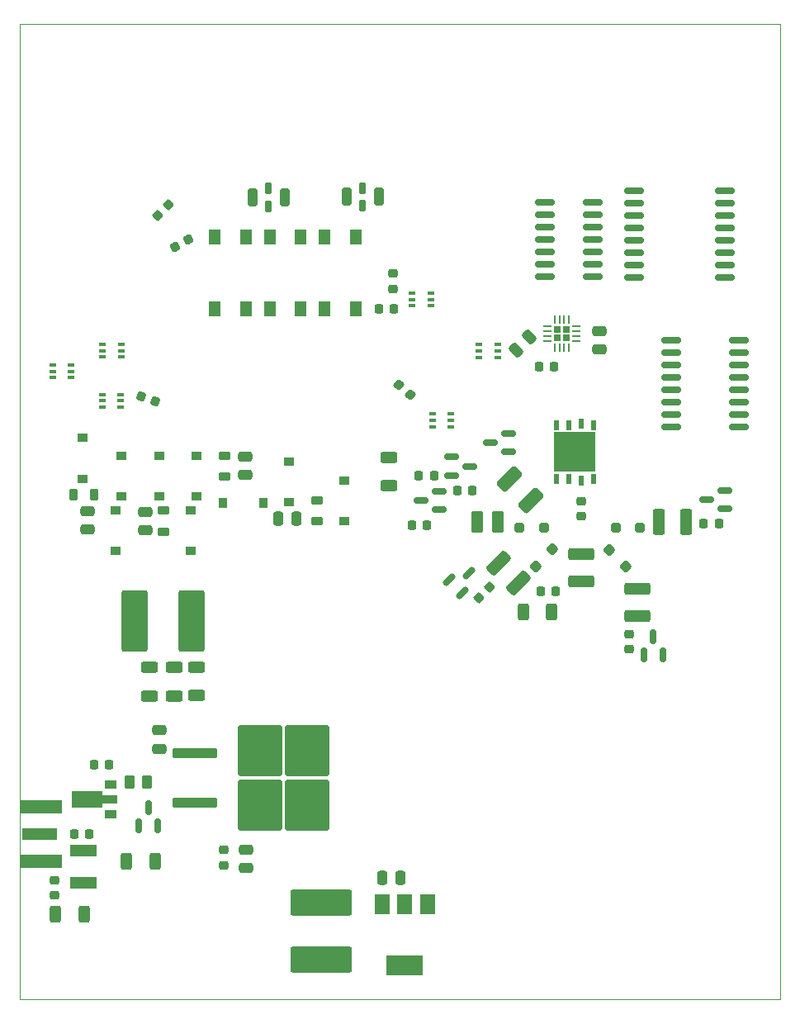
<source format=gtp>
G04 #@! TF.GenerationSoftware,KiCad,Pcbnew,(7.0.0-0)*
G04 #@! TF.CreationDate,2023-05-11T07:35:05+02:00*
G04 #@! TF.ProjectId,Filter-forest-v3,46696c74-6572-42d6-966f-726573742d76,rev?*
G04 #@! TF.SameCoordinates,Original*
G04 #@! TF.FileFunction,Paste,Top*
G04 #@! TF.FilePolarity,Positive*
%FSLAX46Y46*%
G04 Gerber Fmt 4.6, Leading zero omitted, Abs format (unit mm)*
G04 Created by KiCad (PCBNEW (7.0.0-0)) date 2023-05-11 07:35:05*
%MOMM*%
%LPD*%
G01*
G04 APERTURE LIST*
G04 Aperture macros list*
%AMRoundRect*
0 Rectangle with rounded corners*
0 $1 Rounding radius*
0 $2 $3 $4 $5 $6 $7 $8 $9 X,Y pos of 4 corners*
0 Add a 4 corners polygon primitive as box body*
4,1,4,$2,$3,$4,$5,$6,$7,$8,$9,$2,$3,0*
0 Add four circle primitives for the rounded corners*
1,1,$1+$1,$2,$3*
1,1,$1+$1,$4,$5*
1,1,$1+$1,$6,$7*
1,1,$1+$1,$8,$9*
0 Add four rect primitives between the rounded corners*
20,1,$1+$1,$2,$3,$4,$5,0*
20,1,$1+$1,$4,$5,$6,$7,0*
20,1,$1+$1,$6,$7,$8,$9,0*
20,1,$1+$1,$8,$9,$2,$3,0*%
%AMFreePoly0*
4,1,9,3.862500,-0.866500,0.737500,-0.866500,0.737500,-0.450000,-0.737500,-0.450000,-0.737500,0.450000,0.737500,0.450000,0.737500,0.866500,3.862500,0.866500,3.862500,-0.866500,3.862500,-0.866500,$1*%
G04 Aperture macros list end*
%ADD10RoundRect,0.250000X-0.475000X0.250000X-0.475000X-0.250000X0.475000X-0.250000X0.475000X0.250000X0*%
%ADD11R,0.650000X0.400000*%
%ADD12RoundRect,0.250000X0.625000X-0.312500X0.625000X0.312500X-0.625000X0.312500X-0.625000X-0.312500X0*%
%ADD13RoundRect,0.150000X-0.825000X-0.150000X0.825000X-0.150000X0.825000X0.150000X-0.825000X0.150000X0*%
%ADD14RoundRect,0.249600X-0.270400X-0.650400X0.270400X-0.650400X0.270400X0.650400X-0.270400X0.650400X0*%
%ADD15RoundRect,0.152500X-0.152500X-0.470000X0.152500X-0.470000X0.152500X0.470000X-0.152500X0.470000X0*%
%ADD16RoundRect,0.250000X-0.625000X0.312500X-0.625000X-0.312500X0.625000X-0.312500X0.625000X0.312500X0*%
%ADD17RoundRect,0.150000X0.587500X0.150000X-0.587500X0.150000X-0.587500X-0.150000X0.587500X-0.150000X0*%
%ADD18RoundRect,0.150000X-0.309359X-0.521491X0.521491X0.309359X0.309359X0.521491X-0.521491X-0.309359X0*%
%ADD19RoundRect,0.225000X0.225000X0.250000X-0.225000X0.250000X-0.225000X-0.250000X0.225000X-0.250000X0*%
%ADD20R,2.700000X1.150000*%
%ADD21RoundRect,0.225000X0.250000X-0.225000X0.250000X0.225000X-0.250000X0.225000X-0.250000X-0.225000X0*%
%ADD22RoundRect,0.218750X-0.381250X0.218750X-0.381250X-0.218750X0.381250X-0.218750X0.381250X0.218750X0*%
%ADD23RoundRect,0.225000X-0.225000X-0.250000X0.225000X-0.250000X0.225000X0.250000X-0.225000X0.250000X0*%
%ADD24RoundRect,0.250000X-0.262500X-0.450000X0.262500X-0.450000X0.262500X0.450000X-0.262500X0.450000X0*%
%ADD25R,1.000000X0.850000*%
%ADD26RoundRect,0.250000X0.250000X0.475000X-0.250000X0.475000X-0.250000X-0.475000X0.250000X-0.475000X0*%
%ADD27R,0.850000X1.000000*%
%ADD28RoundRect,0.250000X0.250000X0.250000X-0.250000X0.250000X-0.250000X-0.250000X0.250000X-0.250000X0*%
%ADD29RoundRect,0.225000X-0.250000X0.225000X-0.250000X-0.225000X0.250000X-0.225000X0.250000X0.225000X0*%
%ADD30RoundRect,0.250000X0.312500X0.625000X-0.312500X0.625000X-0.312500X-0.625000X0.312500X-0.625000X0*%
%ADD31RoundRect,0.250000X0.159099X-0.512652X0.512652X-0.159099X-0.159099X0.512652X-0.512652X0.159099X0*%
%ADD32RoundRect,0.250000X0.475000X-0.250000X0.475000X0.250000X-0.475000X0.250000X-0.475000X-0.250000X0*%
%ADD33RoundRect,0.250000X-2.050000X-0.300000X2.050000X-0.300000X2.050000X0.300000X-2.050000X0.300000X0*%
%ADD34RoundRect,0.250000X-2.025000X-2.375000X2.025000X-2.375000X2.025000X2.375000X-2.025000X2.375000X0*%
%ADD35RoundRect,0.250000X-0.250000X-0.475000X0.250000X-0.475000X0.250000X0.475000X-0.250000X0.475000X0*%
%ADD36RoundRect,0.225000X-0.296936X-0.157969X0.125926X-0.311878X0.296936X0.157969X-0.125926X0.311878X0*%
%ADD37RoundRect,0.250000X-0.375000X-0.850000X0.375000X-0.850000X0.375000X0.850000X-0.375000X0.850000X0*%
%ADD38RoundRect,0.250000X2.900000X-1.087500X2.900000X1.087500X-2.900000X1.087500X-2.900000X-1.087500X0*%
%ADD39RoundRect,0.250000X1.087500X2.900000X-1.087500X2.900000X-1.087500X-2.900000X1.087500X-2.900000X0*%
%ADD40RoundRect,0.250000X0.000000X-0.353553X0.353553X0.000000X0.000000X0.353553X-0.353553X0.000000X0*%
%ADD41RoundRect,0.225000X0.017678X-0.335876X0.335876X-0.017678X-0.017678X0.335876X-0.335876X0.017678X0*%
%ADD42R,0.510000X1.020000*%
%ADD43RoundRect,0.001000X-2.100000X2.010000X-2.100000X-2.010000X2.100000X-2.010000X2.100000X2.010000X0*%
%ADD44RoundRect,0.218750X0.218750X0.381250X-0.218750X0.381250X-0.218750X-0.381250X0.218750X-0.381250X0*%
%ADD45RoundRect,0.250000X-1.025305X-0.494975X-0.494975X-1.025305X1.025305X0.494975X0.494975X1.025305X0*%
%ADD46RoundRect,0.150000X-0.587500X-0.150000X0.587500X-0.150000X0.587500X0.150000X-0.587500X0.150000X0*%
%ADD47RoundRect,0.218750X0.381250X-0.218750X0.381250X0.218750X-0.381250X0.218750X-0.381250X-0.218750X0*%
%ADD48R,3.600000X1.270000*%
%ADD49R,4.200000X1.350000*%
%ADD50RoundRect,0.250000X-1.069499X-0.486136X-0.486136X-1.069499X1.069499X0.486136X0.486136X1.069499X0*%
%ADD51RoundRect,0.250000X-1.075000X0.375000X-1.075000X-0.375000X1.075000X-0.375000X1.075000X0.375000X0*%
%ADD52RoundRect,0.225000X-0.069856X-0.329006X0.319856X-0.104006X0.069856X0.329006X-0.319856X0.104006X0*%
%ADD53R,1.200000X1.600000*%
%ADD54RoundRect,0.250000X-0.250000X-0.250000X0.250000X-0.250000X0.250000X0.250000X-0.250000X0.250000X0*%
%ADD55RoundRect,0.150000X0.150000X-0.587500X0.150000X0.587500X-0.150000X0.587500X-0.150000X-0.587500X0*%
%ADD56RoundRect,0.250000X0.353553X0.000000X0.000000X0.353553X-0.353553X0.000000X0.000000X-0.353553X0*%
%ADD57RoundRect,0.250000X0.375000X1.075000X-0.375000X1.075000X-0.375000X-1.075000X0.375000X-1.075000X0*%
%ADD58RoundRect,0.150000X-0.875000X-0.150000X0.875000X-0.150000X0.875000X0.150000X-0.875000X0.150000X0*%
%ADD59RoundRect,0.150000X-0.837500X-0.150000X0.837500X-0.150000X0.837500X0.150000X-0.837500X0.150000X0*%
%ADD60RoundRect,0.225000X-0.333057X-0.046884X0.011663X-0.336138X0.333057X0.046884X-0.011663X0.336138X0*%
%ADD61R,1.300000X0.900000*%
%ADD62FreePoly0,180.000000*%
%ADD63RoundRect,0.250000X1.075000X-0.375000X1.075000X0.375000X-1.075000X0.375000X-1.075000X-0.375000X0*%
%ADD64RoundRect,0.062500X-0.062500X-0.337500X0.062500X-0.337500X0.062500X0.337500X-0.062500X0.337500X0*%
%ADD65RoundRect,0.062500X-0.337500X-0.062500X0.337500X-0.062500X0.337500X0.062500X-0.337500X0.062500X0*%
%ADD66RoundRect,0.185000X-0.185000X-0.185000X0.185000X-0.185000X0.185000X0.185000X-0.185000X0.185000X0*%
%ADD67R,1.500000X2.000000*%
%ADD68R,3.800000X2.000000*%
G04 #@! TA.AperFunction,Profile*
%ADD69C,0.100000*%
G04 #@! TD*
G04 APERTURE END LIST*
D10*
X101000000Y-80000000D03*
X101000000Y-81900000D03*
X95130000Y-79920000D03*
X95130000Y-81820000D03*
D11*
X98565999Y-64117999D03*
X98565999Y-63467999D03*
X98565999Y-62817999D03*
X96665999Y-62817999D03*
X96665999Y-63467999D03*
X96665999Y-64117999D03*
D12*
X126040000Y-77322500D03*
X126040000Y-74397500D03*
D13*
X141975000Y-48280000D03*
X141975000Y-49550000D03*
X141975000Y-50820000D03*
X141975000Y-52090000D03*
X141975000Y-53360000D03*
X141975000Y-54630000D03*
X141975000Y-55900000D03*
X146925000Y-55900000D03*
X146925000Y-54630000D03*
X146925000Y-53360000D03*
X146925000Y-52090000D03*
X146925000Y-50820000D03*
X146925000Y-49550000D03*
X146925000Y-48280000D03*
D14*
X112066000Y-47752000D03*
D15*
X113691000Y-48679500D03*
D14*
X115316000Y-47752000D03*
D15*
X113691000Y-46824500D03*
D16*
X106300000Y-95887500D03*
X106300000Y-98812500D03*
D17*
X160477500Y-79680000D03*
X160477500Y-77780000D03*
X158602500Y-78730000D03*
D18*
X132225336Y-86921161D03*
X133568839Y-88264664D03*
X134222913Y-86267087D03*
D19*
X130652500Y-76290000D03*
X129102500Y-76290000D03*
D16*
X103990000Y-95927500D03*
X103990000Y-98852500D03*
D20*
X94699999Y-114744999D03*
X94699999Y-118044999D03*
D21*
X91700000Y-119330000D03*
X91700000Y-117780000D03*
D22*
X102900000Y-79867500D03*
X102900000Y-81992500D03*
D23*
X141435000Y-65100000D03*
X142985000Y-65100000D03*
D24*
X99417500Y-107696000D03*
X101242500Y-107696000D03*
D25*
X94579999Y-76574999D03*
X94579999Y-72424999D03*
D26*
X116560000Y-80700000D03*
X114660000Y-80700000D03*
D25*
X102459999Y-74254999D03*
X102459999Y-78404999D03*
D11*
X128389999Y-57569999D03*
X128389999Y-58219999D03*
X128389999Y-58869999D03*
X130289999Y-58869999D03*
X130289999Y-58219999D03*
X130289999Y-57569999D03*
D21*
X109100000Y-116205000D03*
X109100000Y-114655000D03*
D10*
X147640000Y-61440000D03*
X147640000Y-63340000D03*
D27*
X113124999Y-79059999D03*
X108974999Y-79059999D03*
D23*
X93735000Y-113035000D03*
X95285000Y-113035000D03*
D28*
X151780000Y-81620000D03*
X149280000Y-81620000D03*
D16*
X101500000Y-95927500D03*
X101500000Y-98852500D03*
D29*
X145750000Y-78895000D03*
X145750000Y-80445000D03*
D17*
X138297500Y-73860000D03*
X138297500Y-71960000D03*
X136422500Y-72910000D03*
D30*
X94762500Y-121265000D03*
X91837500Y-121265000D03*
D23*
X124955000Y-59182000D03*
X126505000Y-59182000D03*
D31*
X139078249Y-63381751D03*
X140421751Y-62038249D03*
D32*
X111290000Y-76220000D03*
X111290000Y-74320000D03*
D33*
X106085000Y-104725000D03*
D34*
X112810000Y-104490000D03*
X112810000Y-110040000D03*
X117660000Y-104490000D03*
X117660000Y-110040000D03*
D33*
X106085000Y-109805000D03*
D25*
X121459999Y-76744999D03*
X121459999Y-80894999D03*
D35*
X125320000Y-117520000D03*
X127220000Y-117520000D03*
D17*
X131147500Y-79760000D03*
X131147500Y-77860000D03*
X129272500Y-78810000D03*
D36*
X100601738Y-68164934D03*
X102058262Y-68695066D03*
D37*
X135032500Y-81000000D03*
X137182500Y-81000000D03*
D14*
X121716000Y-47702000D03*
D15*
X123341000Y-48629500D03*
D14*
X124966000Y-47702000D03*
D15*
X123341000Y-46774500D03*
D21*
X150610000Y-94047500D03*
X150610000Y-92497500D03*
D11*
X93445999Y-66227999D03*
X93445999Y-65577999D03*
X93445999Y-64927999D03*
X91545999Y-64927999D03*
X91545999Y-65577999D03*
X91545999Y-66227999D03*
D25*
X106279999Y-74264999D03*
X106279999Y-78414999D03*
D30*
X142732500Y-90240000D03*
X139807500Y-90240000D03*
D11*
X135259999Y-62849999D03*
X135259999Y-63499999D03*
X135259999Y-64149999D03*
X137159999Y-64149999D03*
X137159999Y-63499999D03*
X137159999Y-62849999D03*
D38*
X119110000Y-125917500D03*
X119110000Y-120042500D03*
D39*
X105782500Y-91140000D03*
X99907500Y-91140000D03*
D40*
X141046117Y-85588883D03*
X142813883Y-83821117D03*
D41*
X135251992Y-88838008D03*
X136348008Y-87741992D03*
D42*
X146992499Y-71104999D03*
X144452499Y-71104999D03*
X143182499Y-71104999D03*
D43*
X145087500Y-73860000D03*
D42*
X146992499Y-76614999D03*
X144452499Y-76614999D03*
X143182499Y-76614999D03*
X145727499Y-70979999D03*
X145727499Y-76759999D03*
D44*
X95762500Y-78210000D03*
X93637500Y-78210000D03*
D45*
X137300051Y-85290051D03*
X139279949Y-87269949D03*
D19*
X159855000Y-81220000D03*
X158305000Y-81220000D03*
D11*
X130489999Y-69949999D03*
X130489999Y-70599999D03*
X130489999Y-71249999D03*
X132389999Y-71249999D03*
X132389999Y-70599999D03*
X132389999Y-69949999D03*
D46*
X132410000Y-74370000D03*
X132410000Y-76270000D03*
X134285000Y-75320000D03*
D23*
X128355000Y-81320000D03*
X129905000Y-81320000D03*
D47*
X109140000Y-76332500D03*
X109140000Y-74207500D03*
D29*
X126420000Y-55560000D03*
X126420000Y-57110000D03*
D11*
X98505999Y-69237999D03*
X98505999Y-68587999D03*
X98505999Y-67937999D03*
X96605999Y-67937999D03*
X96605999Y-68587999D03*
X96605999Y-69237999D03*
D25*
X98599999Y-78374999D03*
X98599999Y-74224999D03*
D48*
X90159999Y-113029999D03*
D49*
X90359999Y-110204999D03*
X90359999Y-115854999D03*
D50*
X138345146Y-76595146D03*
X140554854Y-78804854D03*
D51*
X145710000Y-84317500D03*
X145710000Y-87117500D03*
D52*
X104067660Y-52845000D03*
X105410000Y-52070000D03*
D53*
X108141999Y-51781999D03*
X108141999Y-51781999D03*
X108141999Y-59181999D03*
X108141999Y-59181999D03*
X122641999Y-59181999D03*
X122641999Y-51781999D03*
X111341999Y-51781999D03*
X111341999Y-59181999D03*
X113791999Y-51781999D03*
X113791999Y-59181999D03*
X116991999Y-51781999D03*
X116991999Y-59181999D03*
X119441999Y-51781999D03*
X119441999Y-59181999D03*
D54*
X139390000Y-81605000D03*
X141890000Y-81605000D03*
D32*
X111400000Y-116530000D03*
X111400000Y-114630000D03*
D10*
X102470000Y-102380000D03*
X102470000Y-104280000D03*
D55*
X152190000Y-94682500D03*
X154090000Y-94682500D03*
X153140000Y-92807500D03*
D56*
X150343883Y-85623883D03*
X148576117Y-83856117D03*
D19*
X97295000Y-105918000D03*
X95745000Y-105918000D03*
D57*
X156500000Y-81050000D03*
X153700000Y-81050000D03*
D58*
X151140000Y-47100000D03*
X151140000Y-48370000D03*
X151140000Y-49640000D03*
X151140000Y-50910000D03*
X151140000Y-52180000D03*
X151140000Y-53450000D03*
X151140000Y-54720000D03*
X151140000Y-55990000D03*
X160440000Y-55990000D03*
X160440000Y-54720000D03*
X160440000Y-53450000D03*
X160440000Y-52180000D03*
X160440000Y-50910000D03*
X160440000Y-49640000D03*
X160440000Y-48370000D03*
X160440000Y-47100000D03*
D59*
X154980000Y-62380000D03*
X154980000Y-63650000D03*
X154980000Y-64920000D03*
X154980000Y-66190000D03*
X154980000Y-67460000D03*
X154980000Y-68730000D03*
X154980000Y-70000000D03*
X154980000Y-71270000D03*
X161905000Y-71270000D03*
X161905000Y-70000000D03*
X161905000Y-68730000D03*
X161905000Y-67460000D03*
X161905000Y-66190000D03*
X161905000Y-64920000D03*
X161905000Y-63650000D03*
X161905000Y-62380000D03*
D47*
X118620000Y-80912500D03*
X118620000Y-78787500D03*
D25*
X105659999Y-79854999D03*
X105659999Y-84004999D03*
D30*
X102046500Y-115824000D03*
X99121500Y-115824000D03*
D60*
X126986316Y-66951840D03*
X128173684Y-67948160D03*
D61*
X97453999Y-110973999D03*
D62*
X97366500Y-109474000D03*
D61*
X97453999Y-107973999D03*
D63*
X151520000Y-90702500D03*
X151520000Y-87902500D03*
D25*
X97999999Y-79869999D03*
X97999999Y-84019999D03*
X115749999Y-79014999D03*
X115749999Y-74864999D03*
D55*
X100396000Y-112189500D03*
X102296000Y-112189500D03*
X101346000Y-110314500D03*
D64*
X143000000Y-60240000D03*
X143500000Y-60240000D03*
X144000000Y-60240000D03*
X144500000Y-60240000D03*
D65*
X145200000Y-60940000D03*
X145200000Y-61440000D03*
X145200000Y-61940000D03*
X145200000Y-62440000D03*
D64*
X144500000Y-63140000D03*
X144000000Y-63140000D03*
X143500000Y-63140000D03*
X143000000Y-63140000D03*
D65*
X142300000Y-62440000D03*
X142300000Y-61940000D03*
X142300000Y-61440000D03*
X142300000Y-60940000D03*
D66*
X144175000Y-62115000D03*
X144175000Y-61265000D03*
X143325000Y-62115000D03*
X143325000Y-61265000D03*
D23*
X141585000Y-88090000D03*
X143135000Y-88090000D03*
D41*
X102321992Y-49570008D03*
X103418008Y-48473992D03*
D23*
X133022500Y-77820000D03*
X134572500Y-77820000D03*
D67*
X129949999Y-120189999D03*
X127649999Y-120189999D03*
D68*
X127649999Y-126489999D03*
D67*
X125349999Y-120189999D03*
D69*
X88138000Y-30004383D02*
X166158804Y-30004383D01*
X166158804Y-30004383D02*
X166158804Y-129944383D01*
X166158804Y-129944383D02*
X88138000Y-129944383D01*
X88138000Y-129944383D02*
X88138000Y-30004383D01*
M02*

</source>
